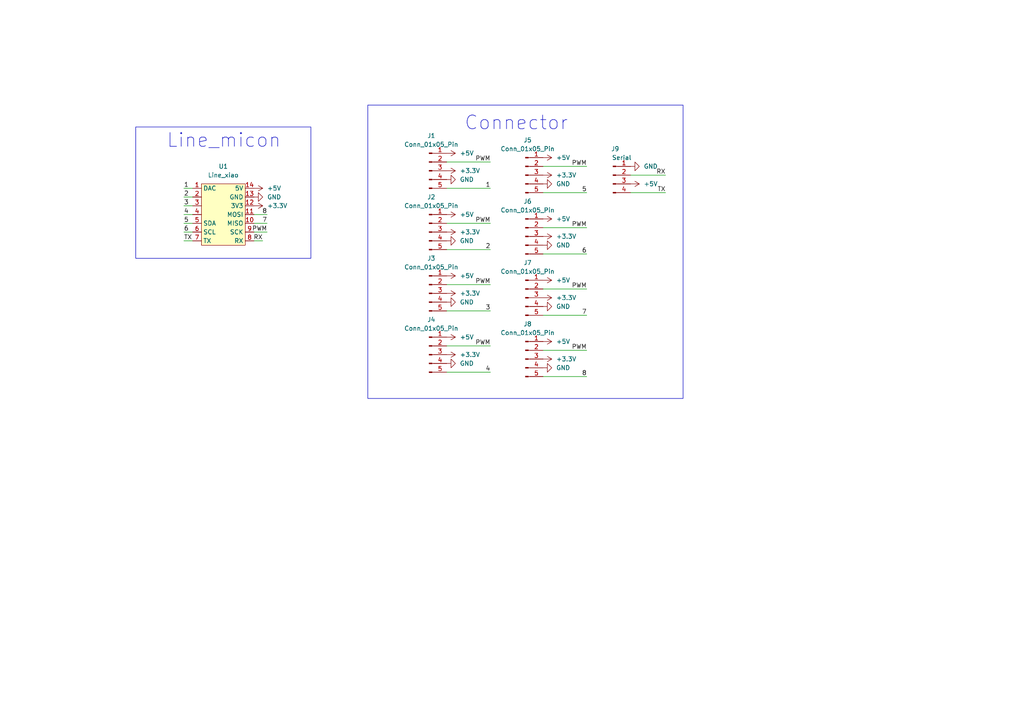
<source format=kicad_sch>
(kicad_sch (version 20230121) (generator eeschema)
  (paper "A4")
  (lib_symbols
    (symbol "Connector:Conn_01x04_Pin" (pin_names (offset 1.016) hide)
      (property "Reference" "J" (at 0 5.08 0))
      (property "Value" "Conn_01x04_Pin" (at 0 -7.62 0))
      (symbol "Conn_01x04_Pin_1_1"
        (polyline (pts (xy 1.27 -5.08) (xy 0.8636 -5.08)) (stroke (width 0.1524)))
        (polyline (pts (xy 1.27 -2.54) (xy 0.8636 -2.54)) (stroke (width 0.1524)))
        (polyline (pts (xy 1.27 0) (xy 0.8636 0)) (stroke (width 0.1524)))
        (polyline (pts (xy 1.27 2.54) (xy 0.8636 2.54)) (stroke (width 0.1524)))
        (rectangle (start 0.8636 -4.953) (end 0 -5.207) (stroke (width 0.1524)) (fill (type outline)))
        (rectangle (start 0.8636 -2.413) (end 0 -2.667) (stroke (width 0.1524)) (fill (type outline)))
        (rectangle (start 0.8636 0.127) (end 0 -0.127) (stroke (width 0.1524)) (fill (type outline)))
        (rectangle (start 0.8636 2.667) (end 0 2.413) (stroke (width 0.1524)) (fill (type outline)))
        (pin passive line (at 5.08 2.54 180) (length 3.81) (name "Pin_1") (number "1"))
        (pin passive line (at 5.08 0 180) (length 3.81) (name "Pin_2") (number "2"))
        (pin passive line (at 5.08 -2.54 180) (length 3.81) (name "Pin_3") (number "3"))
        (pin passive line (at 5.08 -5.08 180) (length 3.81) (name "Pin_4") (number "4"))
      )
    )
    (symbol "Connector:Conn_01x05_Pin" (pin_names (offset 1.016) hide)
      (property "Reference" "J" (at 0 7.62 0))
      (property "Value" "Conn_01x05_Pin" (at 0 -7.62 0))
      (symbol "Conn_01x05_Pin_1_1"
        (polyline (pts (xy 1.27 -5.08) (xy 0.8636 -5.08)) (stroke (width 0.1524)))
        (polyline (pts (xy 1.27 -2.54) (xy 0.8636 -2.54)) (stroke (width 0.1524)))
        (polyline (pts (xy 1.27 0) (xy 0.8636 0)) (stroke (width 0.1524)))
        (polyline (pts (xy 1.27 2.54) (xy 0.8636 2.54)) (stroke (width 0.1524)))
        (polyline (pts (xy 1.27 5.08) (xy 0.8636 5.08)) (stroke (width 0.1524)))
        (rectangle (start 0.8636 -4.953) (end 0 -5.207) (stroke (width 0.1524)) (fill (type outline)))
        (rectangle (start 0.8636 -2.413) (end 0 -2.667) (stroke (width 0.1524)) (fill (type outline)))
        (rectangle (start 0.8636 0.127) (end 0 -0.127) (stroke (width 0.1524)) (fill (type outline)))
        (rectangle (start 0.8636 2.667) (end 0 2.413) (stroke (width 0.1524)) (fill (type outline)))
        (rectangle (start 0.8636 5.207) (end 0 4.953) (stroke (width 0.1524)) (fill (type outline)))
        (pin passive line (at 5.08 5.08 180) (length 3.81) (name "Pin_1") (number "1"))
        (pin passive line (at 5.08 2.54 180) (length 3.81) (name "Pin_2") (number "2"))
        (pin passive line (at 5.08 0 180) (length 3.81) (name "Pin_3") (number "3"))
        (pin passive line (at 5.08 -2.54 180) (length 3.81) (name "Pin_4") (number "4"))
        (pin passive line (at 5.08 -5.08 180) (length 3.81) (name "Pin_5") (number "5"))
      )
    )
    (symbol "power:+3.3V" (power) (pin_names (offset 0))
      (property "Value" "+3.3V" (at 0 3.556 0))
      (symbol "+3.3V_0_1"
        (polyline (pts (xy -0.762 1.27) (xy 0 2.54)))
        (polyline (pts (xy 0 0) (xy 0 2.54)))
        (polyline (pts (xy 0 2.54) (xy 0.762 1.27)))
      )
      (symbol "+3.3V_1_1"
        (pin power_in line (at 0 0 90) (length 0) hide (name "+3.3V") (number "1"))
      )
    )
    (symbol "power:+5V" (power) (pin_names (offset 0))
      (property "Value" "+5V" (at 0 3.556 0))
      (symbol "+5V_0_1"
        (polyline (pts (xy -0.762 1.27) (xy 0 2.54)))
        (polyline (pts (xy 0 0) (xy 0 2.54)))
        (polyline (pts (xy 0 2.54) (xy 0.762 1.27)))
      )
      (symbol "+5V_1_1"
        (pin power_in line (at 0 0 90) (length 0) hide (name "+5V") (number "1"))
      )
    )
    (symbol "power:GND" (power) (pin_names (offset 0))
      (property "Value" "GND" (at 0 -3.81 0))
      (symbol "GND_0_1"
        (polyline (pts (xy 0 0) (xy 0 -1.27) (xy 1.27 -1.27) (xy 0 -2.54) (xy -1.27 -1.27) (xy 0 -1.27)))
      )
      (symbol "GND_1_1"
        (pin power_in line (at 0 0 270) (length 0) hide (name "GND") (number "1"))
      )
    )
    (symbol "seeeduino_xiao:Seeeduino_Xiao"
      (property "Reference" "U" (at 0 12.7 0))
      (property "Value" "Seeeduino_Xiao" (at 0 10.16 0))
      (symbol "Seeeduino_Xiao_0_1"
        (rectangle (start -6.35 7.62) (end 6.35 -10.16) (fill (type background)))
      )
      (symbol "Seeeduino_Xiao_1_1"
        (pin bidirectional line (at -8.89 6.35 0) (length 2.54) (name "DAC") (number "1"))
        (pin bidirectional line (at 8.89 -3.81 180) (length 2.54) (name "MISO") (number "10"))
        (pin bidirectional line (at 8.89 -1.27 180) (length 2.54) (name "MOSI") (number "11"))
        (pin power_out line (at 8.89 1.27 180) (length 2.54) (name "3V3") (number "12"))
        (pin bidirectional line (at 8.89 3.81 180) (length 2.54) (name "GND") (number "13"))
        (pin power_in line (at 8.89 6.35 180) (length 2.54) (name "5V") (number "14"))
        (pin bidirectional line (at -8.89 3.81 0) (length 2.54) (name "") (number "2"))
        (pin bidirectional line (at -8.89 1.27 0) (length 2.54) (name "") (number "3"))
        (pin bidirectional line (at -8.89 -1.27 0) (length 2.54) (name "") (number "4"))
        (pin bidirectional line (at -8.89 -3.81 0) (length 2.54) (name "SDA") (number "5"))
        (pin bidirectional line (at -8.89 -6.35 0) (length 2.54) (name "SCL") (number "6"))
        (pin bidirectional line (at -8.89 -8.89 0) (length 2.54) (name "TX") (number "7"))
        (pin bidirectional line (at 8.89 -8.89 180) (length 2.54) (name "RX") (number "8"))
        (pin bidirectional line (at 8.89 -6.35 180) (length 2.54) (name "SCK") (number "9"))
      )
    )
  )
  (wire (pts (xy 77.47 62.23) (xy 73.66 62.23)))
  (wire (pts (xy 170.18 109.22) (xy 157.48 109.22)))
  (wire (pts (xy 53.34 57.15) (xy 55.88 57.15)))
  (wire (pts (xy 53.34 67.31) (xy 55.88 67.31)))
  (wire (pts (xy 77.47 64.77) (xy 73.66 64.77)))
  (wire (pts (xy 193.04 55.88) (xy 182.88 55.88)))
  (wire (pts (xy 142.24 72.39) (xy 129.54 72.39)))
  (wire (pts (xy 170.18 101.6) (xy 157.48 101.6)))
  (wire (pts (xy 53.34 69.85) (xy 55.88 69.85)))
  (wire (pts (xy 53.34 64.77) (xy 55.88 64.77)))
  (wire (pts (xy 53.34 62.23) (xy 55.88 62.23)))
  (wire (pts (xy 170.18 91.44) (xy 157.48 91.44)))
  (wire (pts (xy 142.24 64.77) (xy 129.54 64.77)))
  (wire (pts (xy 142.24 107.95) (xy 129.54 107.95)))
  (wire (pts (xy 142.24 54.61) (xy 129.54 54.61)))
  (wire (pts (xy 142.24 90.17) (xy 129.54 90.17)))
  (wire (pts (xy 193.04 50.8) (xy 182.88 50.8)))
  (wire (pts (xy 170.18 73.66) (xy 157.48 73.66)))
  (wire (pts (xy 142.24 46.99) (xy 129.54 46.99)))
  (wire (pts (xy 77.47 67.31) (xy 73.66 67.31)))
  (wire (pts (xy 170.18 83.82) (xy 157.48 83.82)))
  (wire (pts (xy 76.2 69.85) (xy 73.66 69.85)))
  (wire (pts (xy 53.34 59.69) (xy 55.88 59.69)))
  (wire (pts (xy 170.18 55.88) (xy 157.48 55.88)))
  (wire (pts (xy 170.18 66.04) (xy 157.48 66.04)))
  (wire (pts (xy 142.24 100.33) (xy 129.54 100.33)))
  (wire (pts (xy 170.18 48.26) (xy 157.48 48.26)))
  (wire (pts (xy 142.24 82.55) (xy 129.54 82.55)))
  (wire (pts (xy 53.34 54.61) (xy 55.88 54.61)))
  (rectangle (start 106.68 30.48) (end 198.12 115.57))
  (rectangle (start 39.37 36.83) (end 90.17 74.93))
  (text "Connector" (at 134.62 38.1 0) (effects (font (size 4 4)) (justify left bottom)))
  (text "Line_micon" (at 48.26 43.18 0) (effects (font (size 4 4)) (justify left bottom)))
  (label "6" (at 170.18 73.66 180))
  (label "PWM" (at 170.18 83.82 180))
  (label "RX" (at 76.2 69.85 180))
  (label "TX" (at 53.34 69.85 0))
  (label "3" (at 142.24 90.17 180))
  (label "PWM" (at 142.24 46.99 180))
  (label "4" (at 142.24 107.95 180))
  (label "1" (at 142.24 54.61 180))
  (label "8" (at 77.47 62.23 180))
  (label "TX" (at 193.04 55.88 180))
  (label "PWM" (at 77.47 67.31 180))
  (label "5" (at 170.18 55.88 180))
  (label "7" (at 170.18 91.44 180))
  (label "2" (at 53.34 57.15 0))
  (label "PWM" (at 142.24 82.55 180))
  (label "4" (at 53.34 62.23 0))
  (label "2" (at 142.24 72.39 180))
  (label "5" (at 53.34 64.77 0))
  (label "PWM" (at 142.24 64.77 180))
  (label "6" (at 53.34 67.31 0))
  (label "8" (at 170.18 109.22 180))
  (label "PWM" (at 170.18 48.26 180))
  (label "PWM" (at 142.24 100.33 180))
  (label "1" (at 53.34 54.61 0))
  (label "RX" (at 193.04 50.8 180))
  (label "PWM" (at 170.18 101.6 180))
  (label "3" (at 53.34 59.69 0))
  (label "7" (at 77.47 64.77 180))
  (label "PWM" (at 170.18 66.04 180))
  (symbol (lib_id "seeeduino_xiao:Seeeduino_Xiao") (at 64.77 60.96 0) (unit 1)
    (property "Reference" "U1" (at 64.77 48.26 0))
    (property "Value" "Line_xiao" (at 64.77 50.8 0))
    (property "Footprint" "Seeeduino_Xiao:seeeduinoXIAO" (effects hide))
  )
  (symbol (lib_id "power:+5V") (at 157.48 63.5 270) (unit 1)
    (property "Reference" "#PWR019" (effects hide))
    (property "Value" "+5V" (at 161.29 63.5 90) (effects (justify left)))
  )
  (symbol (lib_id "power:GND") (at 157.48 53.34 90) (unit 1)
    (property "Reference" "#PWR018" (effects hide))
    (property "Value" "GND" (at 161.29 53.34 90) (effects (justify right)))
  )
  (symbol (lib_id "power:+5V") (at 73.66 54.61 270) (unit 1)
    (property "Reference" "#PWR01" (effects hide))
    (property "Value" "+5V" (at 77.47 54.61 90) (effects (justify left)))
  )
  (symbol (lib_id "power:GND") (at 182.88 48.26 90) (unit 1)
    (property "Reference" "#PWR028" (effects hide))
    (property "Value" "GND" (at 186.69 48.26 90) (effects (justify right)))
  )
  (symbol (lib_id "Connector:Conn_01x05_Pin") (at 152.4 86.36 0) (unit 1)
    (property "Reference" "J7" (at 153.035 76.2 0))
    (property "Value" "Conn_01x05_Pin" (at 153.035 78.74 0))
    (property "Footprint" "Connector_PinSocket_2.54mm:PinSocket_1x05_P2.54mm_Horizontal" (effects hide))
  )
  (symbol (lib_id "Connector:Conn_01x05_Pin") (at 124.46 67.31 0) (unit 1)
    (property "Reference" "J2" (at 125.095 57.15 0))
    (property "Value" "Conn_01x05_Pin" (at 125.095 59.69 0))
    (property "Footprint" "Connector_PinSocket_2.54mm:PinSocket_1x05_P2.54mm_Horizontal" (effects hide))
  )
  (symbol (lib_id "power:+5V") (at 129.54 62.23 270) (unit 1)
    (property "Reference" "#PWR07" (effects hide))
    (property "Value" "+5V" (at 133.35 62.23 90) (effects (justify left)))
  )
  (symbol (lib_id "power:+3.3V") (at 129.54 102.87 270) (unit 1)
    (property "Reference" "#PWR014" (effects hide))
    (property "Value" "+3.3V" (at 133.35 102.87 90) (effects (justify left)))
  )
  (symbol (lib_id "power:+3.3V") (at 157.48 104.14 270) (unit 1)
    (property "Reference" "#PWR026" (effects hide))
    (property "Value" "+3.3V" (at 161.29 104.14 90) (effects (justify left)))
  )
  (symbol (lib_id "power:GND") (at 157.48 88.9 90) (unit 1)
    (property "Reference" "#PWR024" (effects hide))
    (property "Value" "GND" (at 161.29 88.9 90) (effects (justify right)))
  )
  (symbol (lib_id "power:GND") (at 157.48 106.68 90) (unit 1)
    (property "Reference" "#PWR027" (effects hide))
    (property "Value" "GND" (at 161.29 106.68 90) (effects (justify right)))
  )
  (symbol (lib_id "Connector:Conn_01x05_Pin") (at 152.4 68.58 0) (unit 1)
    (property "Reference" "J6" (at 153.035 58.42 0))
    (property "Value" "Conn_01x05_Pin" (at 153.035 60.96 0))
    (property "Footprint" "Connector_PinSocket_2.54mm:PinSocket_1x05_P2.54mm_Horizontal" (effects hide))
  )
  (symbol (lib_id "power:+3.3V") (at 157.48 50.8 270) (unit 1)
    (property "Reference" "#PWR017" (effects hide))
    (property "Value" "+3.3V" (at 161.29 50.8 90) (effects (justify left)))
  )
  (symbol (lib_id "Connector:Conn_01x05_Pin") (at 152.4 50.8 0) (unit 1)
    (property "Reference" "J5" (at 153.035 40.64 0))
    (property "Value" "Conn_01x05_Pin" (at 153.035 43.18 0))
    (property "Footprint" "Connector_PinSocket_2.54mm:PinSocket_1x05_P2.54mm_Horizontal" (effects hide))
  )
  (symbol (lib_id "power:+5V") (at 129.54 80.01 270) (unit 1)
    (property "Reference" "#PWR010" (effects hide))
    (property "Value" "+5V" (at 133.35 80.01 90) (effects (justify left)))
  )
  (symbol (lib_id "power:+3.3V") (at 129.54 67.31 270) (unit 1)
    (property "Reference" "#PWR08" (effects hide))
    (property "Value" "+3.3V" (at 133.35 67.31 90) (effects (justify left)))
  )
  (symbol (lib_id "power:+3.3V") (at 129.54 49.53 270) (unit 1)
    (property "Reference" "#PWR05" (effects hide))
    (property "Value" "+3.3V" (at 133.35 49.53 90) (effects (justify left)))
  )
  (symbol (lib_id "power:+5V") (at 129.54 97.79 270) (unit 1)
    (property "Reference" "#PWR013" (effects hide))
    (property "Value" "+5V" (at 133.35 97.79 90) (effects (justify left)))
  )
  (symbol (lib_id "power:+5V") (at 129.54 44.45 270) (unit 1)
    (property "Reference" "#PWR04" (effects hide))
    (property "Value" "+5V" (at 133.35 44.45 90) (effects (justify left)))
  )
  (symbol (lib_id "power:GND") (at 129.54 52.07 90) (unit 1)
    (property "Reference" "#PWR06" (effects hide))
    (property "Value" "GND" (at 133.35 52.07 90) (effects (justify right)))
  )
  (symbol (lib_id "power:GND") (at 157.48 71.12 90) (unit 1)
    (property "Reference" "#PWR021" (effects hide))
    (property "Value" "GND" (at 161.29 71.12 90) (effects (justify right)))
  )
  (symbol (lib_id "power:GND") (at 129.54 105.41 90) (unit 1)
    (property "Reference" "#PWR015" (effects hide))
    (property "Value" "GND" (at 133.35 105.41 90) (effects (justify right)))
  )
  (symbol (lib_id "power:+5V") (at 157.48 99.06 270) (unit 1)
    (property "Reference" "#PWR025" (effects hide))
    (property "Value" "+5V" (at 161.29 99.06 90) (effects (justify left)))
  )
  (symbol (lib_id "power:GND") (at 129.54 69.85 90) (unit 1)
    (property "Reference" "#PWR09" (effects hide))
    (property "Value" "GND" (at 133.35 69.85 90) (effects (justify right)))
  )
  (symbol (lib_id "power:GND") (at 73.66 57.15 90) (unit 1)
    (property "Reference" "#PWR02" (effects hide))
    (property "Value" "GND" (at 77.47 57.15 90) (effects (justify right)))
  )
  (symbol (lib_id "Connector:Conn_01x05_Pin") (at 124.46 102.87 0) (unit 1)
    (property "Reference" "J4" (at 125.095 92.71 0))
    (property "Value" "Conn_01x05_Pin" (at 125.095 95.25 0))
    (property "Footprint" "Connector_PinSocket_2.54mm:PinSocket_1x05_P2.54mm_Horizontal" (effects hide))
  )
  (symbol (lib_id "power:+3.3V") (at 157.48 86.36 270) (unit 1)
    (property "Reference" "#PWR023" (effects hide))
    (property "Value" "+3.3V" (at 161.29 86.36 90) (effects (justify left)))
  )
  (symbol (lib_id "power:+3.3V") (at 157.48 68.58 270) (unit 1)
    (property "Reference" "#PWR020" (effects hide))
    (property "Value" "+3.3V" (at 161.29 68.58 90) (effects (justify left)))
  )
  (symbol (lib_id "Connector:Conn_01x05_Pin") (at 124.46 49.53 0) (unit 1)
    (property "Reference" "J1" (at 125.095 39.37 0))
    (property "Value" "Conn_01x05_Pin" (at 125.095 41.91 0))
    (property "Footprint" "Connector_PinSocket_2.54mm:PinSocket_1x05_P2.54mm_Horizontal" (effects hide))
  )
  (symbol (lib_id "power:+3.3V") (at 73.66 59.69 270) (unit 1)
    (property "Reference" "#PWR03" (effects hide))
    (property "Value" "+3.3V" (at 77.47 59.69 90) (effects (justify left)))
  )
  (symbol (lib_id "power:GND") (at 129.54 87.63 90) (unit 1)
    (property "Reference" "#PWR012" (effects hide))
    (property "Value" "GND" (at 133.35 87.63 90) (effects (justify right)))
  )
  (symbol (lib_id "Connector:Conn_01x05_Pin") (at 152.4 104.14 0) (unit 1)
    (property "Reference" "J8" (at 153.035 93.98 0))
    (property "Value" "Conn_01x05_Pin" (at 153.035 96.52 0))
    (property "Footprint" "Connector_PinSocket_2.54mm:PinSocket_1x05_P2.54mm_Horizontal" (effects hide))
  )
  (symbol (lib_id "power:+5V") (at 157.48 81.28 270) (unit 1)
    (property "Reference" "#PWR022" (effects hide))
    (property "Value" "+5V" (at 161.29 81.28 90) (effects (justify left)))
  )
  (symbol (lib_id "power:+5V") (at 157.48 45.72 270) (unit 1)
    (property "Reference" "#PWR016" (effects hide))
    (property "Value" "+5V" (at 161.29 45.72 90) (effects (justify left)))
  )
  (symbol (lib_id "Connector:Conn_01x05_Pin") (at 124.46 85.09 0) (unit 1)
    (property "Reference" "J3" (at 125.095 74.93 0))
    (property "Value" "Conn_01x05_Pin" (at 125.095 77.47 0))
    (property "Footprint" "Connector_PinSocket_2.54mm:PinSocket_1x05_P2.54mm_Horizontal" (effects hide))
  )
  (symbol (lib_id "Connector:Conn_01x04_Pin") (at 177.8 50.8 0) (unit 1)
    (property "Reference" "J9" (at 178.435 43.18 0))
    (property "Value" "Serial" (at 180.34 45.72 0))
    (property "Footprint" "Connector_JST:JST_XH_S4B-XH-A_1x04_P2.50mm_Horizontal" (effects hide))
  )
  (symbol (lib_id "power:+5V") (at 182.88 53.34 270) (unit 1)
    (property "Reference" "#PWR029" (effects hide))
    (property "Value" "+5V" (at 186.69 53.34 90) (effects (justify left)))
  )
  (symbol (lib_id "power:+3.3V") (at 129.54 85.09 270) (unit 1)
    (property "Reference" "#PWR011" (effects hide))
    (property "Value" "+3.3V" (at 133.35 85.09 90) (effects (justify left)))
  )
)
</source>
